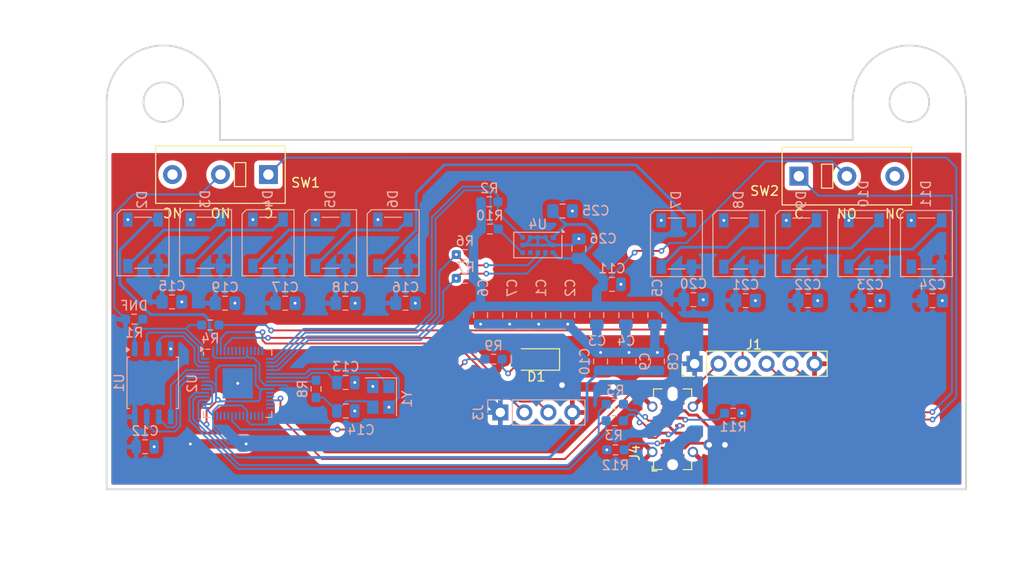
<source format=kicad_pcb>
(kicad_pcb
	(version 20240108)
	(generator "pcbnew")
	(generator_version "8.0")
	(general
		(thickness 1.6)
		(legacy_teardrops no)
	)
	(paper "A4")
	(layers
		(0 "F.Cu" signal)
		(31 "B.Cu" signal)
		(32 "B.Adhes" user "B.Adhesive")
		(33 "F.Adhes" user "F.Adhesive")
		(34 "B.Paste" user)
		(35 "F.Paste" user)
		(36 "B.SilkS" user "B.Silkscreen")
		(37 "F.SilkS" user "F.Silkscreen")
		(38 "B.Mask" user)
		(39 "F.Mask" user)
		(40 "Dwgs.User" user "User.Drawings")
		(41 "Cmts.User" user "User.Comments")
		(42 "Eco1.User" user "User.Eco1")
		(43 "Eco2.User" user "User.Eco2")
		(44 "Edge.Cuts" user)
		(45 "Margin" user)
		(46 "B.CrtYd" user "B.Courtyard")
		(47 "F.CrtYd" user "F.Courtyard")
		(48 "B.Fab" user)
		(49 "F.Fab" user)
		(50 "User.1" user)
		(51 "User.2" user)
		(52 "User.3" user)
		(53 "User.4" user)
		(54 "User.5" user)
		(55 "User.6" user)
		(56 "User.7" user)
		(57 "User.8" user)
		(58 "User.9" user)
	)
	(setup
		(pad_to_mask_clearance 0)
		(allow_soldermask_bridges_in_footprints no)
		(pcbplotparams
			(layerselection 0x00010fc_ffffffff)
			(plot_on_all_layers_selection 0x0000000_00000000)
			(disableapertmacros no)
			(usegerberextensions no)
			(usegerberattributes yes)
			(usegerberadvancedattributes yes)
			(creategerberjobfile yes)
			(dashed_line_dash_ratio 12.000000)
			(dashed_line_gap_ratio 3.000000)
			(svgprecision 4)
			(plotframeref no)
			(viasonmask no)
			(mode 1)
			(useauxorigin no)
			(hpglpennumber 1)
			(hpglpenspeed 20)
			(hpglpendiameter 15.000000)
			(pdf_front_fp_property_popups yes)
			(pdf_back_fp_property_popups yes)
			(dxfpolygonmode yes)
			(dxfimperialunits yes)
			(dxfusepcbnewfont yes)
			(psnegative no)
			(psa4output no)
			(plotreference yes)
			(plotvalue yes)
			(plotfptext yes)
			(plotinvisibletext no)
			(sketchpadsonfab no)
			(subtractmaskfromsilk no)
			(outputformat 1)
			(mirror no)
			(drillshape 1)
			(scaleselection 1)
			(outputdirectory "")
		)
	)
	(net 0 "")
	(net 1 "GND")
	(net 2 "+3.3V")
	(net 3 "Net-(U2-VREG_VOUT)")
	(net 4 "Net-(U2-XIN)")
	(net 5 "Net-(C14-Pad2)")
	(net 6 "+5V")
	(net 7 "Net-(D1-A)")
	(net 8 "LED-DIN")
	(net 9 "Net-(D2-DOUT)")
	(net 10 "Net-(D3-DOUT)")
	(net 11 "Net-(D4-DOUT)")
	(net 12 "Net-(D5-DOUT)")
	(net 13 "Net-(D6-DOUT)")
	(net 14 "Net-(D7-DOUT)")
	(net 15 "Net-(D8-DOUT)")
	(net 16 "Net-(D10-DIN)")
	(net 17 "Net-(D10-DOUT)")
	(net 18 "unconnected-(D11-DOUT-Pad4)")
	(net 19 "BumperSW2")
	(net 20 "BumperSW1")
	(net 21 "BumperP-RST")
	(net 22 "BumperP-BootOpt")
	(net 23 "Net-(J3-Pin_3)")
	(net 24 "Net-(J3-Pin_2)")
	(net 25 "Net-(J4-CC1)")
	(net 26 "USB_D-")
	(net 27 "USB_D+")
	(net 28 "unconnected-(J4-SBU1-PadA8)")
	(net 29 "Net-(J4-CC2)")
	(net 30 "unconnected-(J4-SBU2-PadB8)")
	(net 31 "Net-(U1-~{CS})")
	(net 32 "XSHUT-BP")
	(net 33 "Net-(U2-USB_DP)")
	(net 34 "Net-(U2-USB_DM)")
	(net 35 "I2C-SDA-BP")
	(net 36 "I2C-SCL-BP")
	(net 37 "Net-(U2-XOUT)")
	(net 38 "Net-(U2-GPIO25)")
	(net 39 "GPIO1-BP")
	(net 40 "Net-(U1-DI(IO0))")
	(net 41 "Net-(U1-IO3)")
	(net 42 "Net-(U1-CLK)")
	(net 43 "Net-(U1-IO2)")
	(net 44 "Net-(U1-DO(IO1))")
	(net 45 "unconnected-(U2-GPIO17-Pad28)")
	(net 46 "unconnected-(U2-GPIO10-Pad13)")
	(net 47 "unconnected-(U2-GPIO26_ADC0-Pad38)")
	(net 48 "unconnected-(U2-GPIO16-Pad27)")
	(net 49 "unconnected-(U2-GPIO19-Pad30)")
	(net 50 "unconnected-(U2-GPIO28_ADC2-Pad40)")
	(net 51 "unconnected-(U2-GPIO5-Pad7)")
	(net 52 "unconnected-(U2-GPIO27_ADC1-Pad39)")
	(net 53 "unconnected-(U2-SWCLK-Pad24)")
	(net 54 "unconnected-(U2-GPIO21-Pad32)")
	(net 55 "unconnected-(U2-GPIO23-Pad35)")
	(net 56 "unconnected-(U2-GPIO8-Pad11)")
	(net 57 "unconnected-(U2-GPIO6-Pad8)")
	(net 58 "unconnected-(U2-GPIO24-Pad36)")
	(net 59 "unconnected-(U2-SWD-Pad25)")
	(net 60 "unconnected-(U2-GPIO11-Pad14)")
	(net 61 "unconnected-(U2-GPIO9-Pad12)")
	(net 62 "unconnected-(U2-GPIO4-Pad6)")
	(net 63 "unconnected-(U2-GPIO18-Pad29)")
	(net 64 "unconnected-(U2-GPIO20-Pad31)")
	(net 65 "unconnected-(U2-GPIO3-Pad5)")
	(net 66 "unconnected-(U2-GPIO7-Pad9)")
	(net 67 "unconnected-(U2-GPIO29_ADC3-Pad41)")
	(net 68 "unconnected-(U2-GPIO22-Pad34)")
	(net 69 "unconnected-(U4-DNC-Pad8)")
	(footprint "Button_Switch_THT:SW_XKB_DM1-16UP-1" (layer "F.Cu") (at 122.19 83.8 180))
	(footprint "Connector_PinHeader_2.54mm:PinHeader_1x06_P2.54mm_Vertical" (layer "F.Cu") (at 167.32 103.83 90))
	(footprint "LED_SMD:LED_1206_3216Metric_Pad1.42x1.75mm_HandSolder" (layer "F.Cu") (at 150.5575 103.38 180))
	(footprint "Connector_USB:USB_C_Receptacle_G-Switch_GT-USB-7051x" (layer "F.Cu") (at 164.99 110.77 90))
	(footprint "Button_Switch_THT:SW_XKB_DM1-16UP-1" (layer "F.Cu") (at 178.36 83.97))
	(footprint "Capacitor_SMD:C_0805_2012Metric_Pad1.18x1.45mm_HandSolder" (layer "B.Cu") (at 192.512499 97.150001 180))
	(footprint "Capacitor_SMD:C_0805_2012Metric_Pad1.18x1.45mm_HandSolder" (layer "B.Cu") (at 130.3425 97.42 180))
	(footprint "LED_SMD:LED_SK6812_PLCC4_5.0x5.0mm_P3.2mm" (layer "B.Cu") (at 185.249999 91.100001 -90))
	(footprint "Package_SO:SOIC-8_5.23x5.23mm_P1.27mm" (layer "B.Cu") (at 109.94 105.85 -90))
	(footprint "LED_SMD:LED_SK6812_PLCC4_5.0x5.0mm_P3.2mm" (layer "B.Cu") (at 178.63 91.1 -90))
	(footprint "LED_SMD:LED_SK6812_PLCC4_5.0x5.0mm_P3.2mm" (layer "B.Cu") (at 165.39 91.1 -90))
	(footprint "Crystal:Crystal_SMD_3225-4Pin_3.2x2.5mm" (layer "B.Cu") (at 134.099998 107.329999 -90))
	(footprint "Resistor_SMD:R_0603_1608Metric_Pad0.98x0.95mm_HandSolder" (layer "B.Cu") (at 143 92.27 180))
	(footprint "Capacitor_SMD:C_0805_2012Metric_Pad1.18x1.45mm_HandSolder" (layer "B.Cu") (at 172.719999 97.150001 180))
	(footprint "Resistor_SMD:R_0603_1608Metric_Pad0.98x0.95mm_HandSolder" (layer "B.Cu") (at 127.23 106.5 -90))
	(footprint "Capacitor_SMD:C_0805_2012Metric_Pad1.18x1.45mm_HandSolder" (layer "B.Cu") (at 111.98 97.28 180))
	(footprint "Capacitor_SMD:C_0805_2012Metric" (layer "B.Cu") (at 153.885 98.689999 -90))
	(footprint "Package_DFN_QFN:QFN-56-1EP_7x7mm_P0.4mm_EP3.2x3.2mm" (layer "B.Cu") (at 118.940001 105.9075 -90))
	(footprint "Capacitor_SMD:C_0805_2012Metric_Pad1.18x1.45mm_HandSolder" (layer "B.Cu") (at 185.914999 97.150001 180))
	(footprint "Resistor_SMD:R_0603_1608Metric_Pad0.98x0.95mm_HandSolder" (layer "B.Cu") (at 145.63 89.57 180))
	(footprint "Capacitor_SMD:C_0805_2012Metric" (layer "B.Cu") (at 158.57 95.42 180))
	(footprint "Capacitor_SMD:C_0805_2012Metric" (layer "B.Cu") (at 147.735 98.689999 -90))
	(footprint "LED_SMD:LED_SK6812_PLCC4_5.0x5.0mm_P3.2mm" (layer "B.Cu") (at 115.53 91.02 -90))
	(footprint "Capacitor_SMD:C_0805_2012Metric" (layer "B.Cu") (at 163.11 98.689999 -90))
	(footprint "LED_SMD:LED_SK6812_PLCC4_5.0x5.0mm_P3.2mm" (layer "B.Cu") (at 122.15 91.02 -90))
	(footprint "Sensor_Distance:ST_VL53L1x" (layer "B.Cu") (at 150.72 91.26 180))
	(footprint "Capacitor_SMD:C_0805_2012Metric" (layer "B.Cu") (at 156.96 98.689999 -90))
	(footprint "Capacitor_SMD:C_0805_2012Metric" (layer "B.Cu") (at 157.36 103.590001 -90))
	(footprint "Connector_PinHeader_2.54mm:PinHeader_1x04_P2.54mm_Vertical" (layer "B.Cu") (at 146.750001 108.99 -90))
	(footprint "Capacitor_SMD:C_0805_2012Metric_Pad1.18x1.45mm_HandSolder" (layer "B.Cu") (at 117.6025 97.42 180))
	(footprint "Capacitor_SMD:C_0805_2012Metric_Pad1.18x1.45mm_HandSolder" (layer "B.Cu") (at 179.317499 97.150001 180))
	(footprint "LED_SMD:LED_SK6812_PLCC4_5.0x5.0mm_P3.2mm"
		(layer "B.Cu")
		(uuid "74f89986-57d9-4289-ae1a-90579c470680")
		(at 135.39 91.02 -90)
		(descr "5.0mm x 5.0mm Addressable RGB LED NeoPixel, https://cdn-shop.adafruit.com/product-files/1138/SK6812+LED+datasheet+.pdf")
		(tags "LED RGB NeoPixel PLCC-4 5050")
		(property "Reference" "D6"
			(at -4.63 0.03 90)
			(layer "B.SilkS")
			(uuid "fc3c959d-a360-430b-9c7e-78d55692f9ab")
			(effects
				(font
					(size 1 1)
					(thickness 0.15)
				)
				(justify mirror)
			)
		)
		(property "Value" "SK6812"
			(at 0 -4 90)
			(layer "B.Fab")
			(uuid "ff43e690-c799-40e7-90e6-31898c56352b")
			(effects
				(font
					(size 1 1)
					(thickness 0.15)
				)
				(justify mirror)
			)
		)
		(property "Footprint" "LED_SMD:LED_SK6812_PLCC4_5.0x5.0mm_P3.2mm"
			(at 0 0 -90)
			(unlocked yes)
			(layer "B.Fab")
			(hide yes)
			(uuid "d75ec61d-9d0c-42d1-8510-4c472987c130")
			(effects
				(font
					(size 1.27 1.27)
					(thickness 0.15)
				)
				(justify mirror)
			)
		)
		(property "Datasheet" "https://cdn-shop.adafruit.com/product-files/1138/SK6812+LED+datasheet+.pdf"
			(at 0 0 -90)
			(unlocked yes)
			(layer "B.Fab")
			(hide yes)
			(uuid "46a1cd44-b3dc-4b78-a4d3-0cda6120cd04")
			(effects
				(font
					(size 1.27 1.27)
					(thickness 0.15)
				)
				(justify mirror)
			)
		)
		(property "Description" "RGB LED with integrated controller"
			(at 0 0 -90)
			(unlocked yes)
			(layer "B.Fab")
			(hide yes)
			(uuid "f79baa4b-a267-478b-bc5d-4e2f26803a59")
			(effects
				(font
					(size 1.27 1.27)
					(thickness 0.15)
				)
				(justify mirror)
			)
		)
		(property ki_fp_filters "LED*SK6812*PLCC*5.0x5.0mm*P3.2mm*")
		(path "/70ac5a52-c3dc-4e62-a493-183bc87ac284")
		(sheetname "Stammblatt")
		(sheetfile "monorail-bumper-pcb.kicad_sch")
		(attr smd)
		(fp_line
			(start -3.05 2.75)
			(end 3.5 2.75)
			(stroke
				(width 0.12)
				(type solid)
			)
			(layer "B.SilkS")
			(uuid "f12088a5-bd87-400b-b71d-351b255ef234")
		)
		(fp_line
			(start 3.5 2.75)
			(end 3.5 -2.75)
			(stroke
				(width 0.12)
				(type default)
			)
			(layer "B.SilkS")
			(uuid "af478774-27f1-4c2a-b9ce-980e10d07a0d")
		)
		(fp_line
			(start -3.5 2.3)
			(end -3.05 2.75)
			(stroke
				(width 0.12)
				(type default)
			)
			(layer "B.SilkS")
			(uuid "5311f4f9-7c1f-4397-84bd-da2abad7daea")
		)
		(fp_line
			(start -2.7 -0.9)
			(end -2.7 0.9)
			(stroke
				(width 0.12)
				(type default)
			)
			(layer "B.SilkS")
			(uuid "3b9d624d-1619-4956-907d-9dcd3b64edb9")
		)
		(fp_line
			(start 2.7 -0.9)
			(end 2.7 0.9)
			(stroke
				(width 0.12)
				(type default)
			)
			(layer "B.SilkS")
			(uuid "c710a49e-daa2-42a5-8c61-2cd4868700e9")
		)
		(fp_line
			(start -3.5 -2.75)
			(end -3.5 2.3)
			(stroke
				(width 0.12)
				(type default)
			)
			(layer "B.SilkS")
			(uuid "c358af59-d6f5-48ff-b2ce-bbdd66634a1a")
		)
		(fp_line
			(start -3.5 -2.75)
			(end 3.5 -2.75)
			(stroke
				(width 0.12)
				(type solid)
			)
			(layer "B.SilkS")
			(uuid "bf140893-effe-4b5e-bf98-71ec46ecb898")
		)
		(fp_line
			(start -3.45 2.75)
			(end 3.45 2.75)
			(stroke
				(width 0.05)
				(type solid)
			)
			(layer "B.CrtYd")
			(uuid "3a851ca2-ad49-4d19-822a-f489e10c1bfb")
		)
		(fp_line
			(start 3.45 2.75)
			(end 3.45 -2.75)
			(stroke
				(width 0.05)
				(type solid)
			)
			(layer "B.CrtYd")
			(uuid "2816bb92-fb13-495c-9098-b726926beb21")
		)
		(fp_line
			(start -3.45 -2.75)
			(end -3.45 2.75)
			(stroke
				(width 0.05)
				(type solid)
			)
			(layer "B.CrtYd")
			(uuid "2c04292b-d5eb-4a47-a7a1-bddd64aba61b")
		)
		(fp_line
			(start 3.45 -2.75)
			(end -3.45 -2.75)
			(stroke
				(width 0.05)
				(type solid)
			)
			(layer "B.CrtYd")
			(uuid "66a6c6d2-7486-46c9-ac63-a5f30c011829")
		)
		(fp_line
			(start -2.5 2.5)
			(end 2.5 2.5)
			(stroke
				(width 0.1)
				(type solid)
			)
			(layer "B.Fab")
			(uuid "b2bce6e9-d187-4409-95cf-78b348c86867")
		)
		(fp_line
			(start -1.5 2.5)
			(end -2.5 1.5)
			(stroke
				(width 0.1)
				(type solid)
			)
			(layer "B.Fab")
			(uuid "d87645e6-af36-49f3-b009-7b5ca3d14f16")
		)
		(fp_line
			(start 2.5 2.5)
			(end 2.5 -2.5)
			(stroke
				(width 0.1)
				(type solid)
			)
			(layer "B.Fab")
			(uuid "f606ba8f-0b77-43a6-a3a2-8b69445df153")
		)
		(fp_line
			(start -2.5 -2.5)
			(end -2.5 2.5)
			(stroke
				(width 0.1)
				(type solid)
			)
			(layer "B.Fab")
			(uuid "36b3f741-3864-4c12-a401-35478f713d57")
		)
		(fp_line
			(start 2.5 -2.5)
			(end -2.5 -2.5)
			(stroke
				(width 0.1)
				(type solid)
			)
			(layer "B.Fab")
			(uuid "368f4ddb-eb07-45f4-bd56-337025950beb")
		)
		(fp_circle
			(center 0 0)
			(end 0 -2.000001)
			(stroke
				(width 0.1)
				(type solid)
			)
			(fill none)
			(layer "B.Fab")
			(uuid "22e63df4-fb53-44eb-95c1-c1ba27c6637a")
		)
		(fp_text user "${REFERENCE}"
			(at 0 0 90)
			(layer "B.Fab")
			(uuid "6a15164f-38d6-4265-b826-2ed89229cb0b")
			(effects
				(font
					(size 0.8 0.8)
					(thickness 0.15)
				)
				(justify mirror)
			)
		)
		(pad "1" smd rect
			(at -2.45 1.6 90)
			(size 1.5 1)
			(layers "B.Cu" "B.Paste" "B.Mask")
			(net 1 "GND")
			(pinfunction "VSS")
			(pintype "power_in")
			(uuid "28982d64-a9b1-430b-9003-2e7ee93d51b3")
		)
		(pad "2" smd rect
			(at -2.45 -1.6 90)
			(size 1.5 1)
			(layers "B.Cu" "B.Paste" "B.Mask")
			(net 12 "Net-(D5-DOUT)")
			(pinfunction "DIN")
			(pintype "input")
			(uuid "a9cd1605-7c85-4c91-8184-db0ae4cbb431")
		)
		(pad "3" smd rect
			(at 2.45 -1.6 90)
			(size 1.5 1)
			(layers "B.Cu" "B.Paste" "B.Mask")
			(net 6 "+5V")
			(pinfunction "VDD")
			(pintype "power_in")
			(uuid "13b9ae98-ec9a-4730-896e-14a64a883a41")
		)
		(pad "4" smd rect
			(at 2.45 1.6 90)
			(size 1.5 1)
			(layers "B.Cu" "B.Paste" "B.Mask")
			(net 13 "Net-(D6-DOUT)")
			(pinfunction "DOUT")
			(pintype "output")
			(uuid "a9c33c1e-5f0c-4919-b733-834f0d6586a3")
		)
		(model "${KICAD8_3DMODEL_DIR}/LED_SMD.3dshapes/LED_SK6812_PLCC4_5.0x5.0mm_P3.2mm.wrl
... [408909 chars truncated]
</source>
